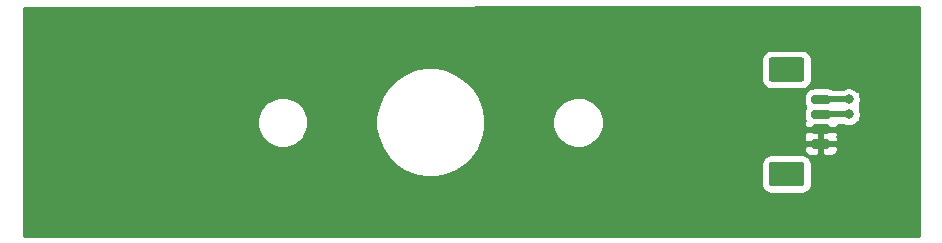
<source format=gbl>
%TF.GenerationSoftware,KiCad,Pcbnew,(5.1.9-0-10_14)*%
%TF.CreationDate,2021-08-19T21:40:44-05:00*%
%TF.ProjectId,OwlSat_Official,4f776c53-6174-45f4-9f66-66696369616c,4*%
%TF.SameCoordinates,Original*%
%TF.FileFunction,Copper,L2,Bot*%
%TF.FilePolarity,Positive*%
%FSLAX46Y46*%
G04 Gerber Fmt 4.6, Leading zero omitted, Abs format (unit mm)*
G04 Created by KiCad (PCBNEW (5.1.9-0-10_14)) date 2021-08-19 21:40:44*
%MOMM*%
%LPD*%
G01*
G04 APERTURE LIST*
%TA.AperFunction,ViaPad*%
%ADD10C,0.800000*%
%TD*%
%TA.AperFunction,Conductor*%
%ADD11C,0.500000*%
%TD*%
%TA.AperFunction,Conductor*%
%ADD12C,0.254000*%
%TD*%
%TA.AperFunction,Conductor*%
%ADD13C,0.100000*%
%TD*%
G04 APERTURE END LIST*
%TO.P,U3,1*%
%TO.N,Net-(U1-Pad2)*%
%TA.AperFunction,SMDPad,CuDef*%
G36*
G01*
X182260000Y-97145000D02*
X181060000Y-97145000D01*
G75*
G02*
X180860000Y-96945000I0J200000D01*
G01*
X180860000Y-96545000D01*
G75*
G02*
X181060000Y-96345000I200000J0D01*
G01*
X182260000Y-96345000D01*
G75*
G02*
X182460000Y-96545000I0J-200000D01*
G01*
X182460000Y-96945000D01*
G75*
G02*
X182260000Y-97145000I-200000J0D01*
G01*
G37*
%TD.AperFunction*%
%TO.P,U3,2*%
%TA.AperFunction,SMDPad,CuDef*%
G36*
G01*
X182260000Y-95895000D02*
X181060000Y-95895000D01*
G75*
G02*
X180860000Y-95695000I0J200000D01*
G01*
X180860000Y-95295000D01*
G75*
G02*
X181060000Y-95095000I200000J0D01*
G01*
X182260000Y-95095000D01*
G75*
G02*
X182460000Y-95295000I0J-200000D01*
G01*
X182460000Y-95695000D01*
G75*
G02*
X182260000Y-95895000I-200000J0D01*
G01*
G37*
%TD.AperFunction*%
%TO.P,U3,3*%
%TO.N,Net-(U1-Pad1)*%
%TA.AperFunction,SMDPad,CuDef*%
G36*
G01*
X182260000Y-94645000D02*
X181060000Y-94645000D01*
G75*
G02*
X180860000Y-94445000I0J200000D01*
G01*
X180860000Y-94045000D01*
G75*
G02*
X181060000Y-93845000I200000J0D01*
G01*
X182260000Y-93845000D01*
G75*
G02*
X182460000Y-94045000I0J-200000D01*
G01*
X182460000Y-94445000D01*
G75*
G02*
X182260000Y-94645000I-200000J0D01*
G01*
G37*
%TD.AperFunction*%
%TO.P,U3,4*%
%TA.AperFunction,SMDPad,CuDef*%
G36*
G01*
X182260000Y-93395000D02*
X181060000Y-93395000D01*
G75*
G02*
X180860000Y-93195000I0J200000D01*
G01*
X180860000Y-92795000D01*
G75*
G02*
X181060000Y-92595000I200000J0D01*
G01*
X182260000Y-92595000D01*
G75*
G02*
X182460000Y-92795000I0J-200000D01*
G01*
X182460000Y-93195000D01*
G75*
G02*
X182260000Y-93395000I-200000J0D01*
G01*
G37*
%TD.AperFunction*%
%TO.P,U3,MP*%
%TO.N,N/C*%
%TA.AperFunction,SMDPad,CuDef*%
G36*
G01*
X180010000Y-100345000D02*
X177510000Y-100345000D01*
G75*
G02*
X177260000Y-100095000I0J250000D01*
G01*
X177260000Y-98495000D01*
G75*
G02*
X177510000Y-98245000I250000J0D01*
G01*
X180010000Y-98245000D01*
G75*
G02*
X180260000Y-98495000I0J-250000D01*
G01*
X180260000Y-100095000D01*
G75*
G02*
X180010000Y-100345000I-250000J0D01*
G01*
G37*
%TD.AperFunction*%
%TA.AperFunction,SMDPad,CuDef*%
G36*
G01*
X180010000Y-91495000D02*
X177510000Y-91495000D01*
G75*
G02*
X177260000Y-91245000I0J250000D01*
G01*
X177260000Y-89645000D01*
G75*
G02*
X177510000Y-89395000I250000J0D01*
G01*
X180010000Y-89395000D01*
G75*
G02*
X180260000Y-89645000I0J-250000D01*
G01*
X180260000Y-91245000D01*
G75*
G02*
X180010000Y-91495000I-250000J0D01*
G01*
G37*
%TD.AperFunction*%
%TD*%
D10*
%TO.N,Net-(U1-Pad1)*%
X184010000Y-92980000D03*
X184020000Y-94230000D03*
%TO.N,Net-(U1-Pad2)*%
X152390000Y-88800000D03*
X152400000Y-87560000D03*
X152400000Y-86290000D03*
X144990000Y-100780000D03*
X145010000Y-102160000D03*
X144980000Y-103510000D03*
%TD*%
D11*
%TO.N,Net-(U1-Pad1)*%
X181675000Y-92980000D02*
X181660000Y-92995000D01*
X184010000Y-92980000D02*
X181675000Y-92980000D01*
X181675000Y-94230000D02*
X181660000Y-94245000D01*
X184020000Y-94230000D02*
X181675000Y-94230000D01*
%TD*%
D12*
%TO.N,Net-(U1-Pad2)*%
X189950001Y-104513000D02*
X114197000Y-104513000D01*
X114197000Y-94696323D01*
X133940497Y-94696323D01*
X133940497Y-95123677D01*
X134023870Y-95542821D01*
X134187412Y-95937645D01*
X134424837Y-96292977D01*
X134727023Y-96595163D01*
X135082355Y-96832588D01*
X135477179Y-96996130D01*
X135896323Y-97079503D01*
X136323677Y-97079503D01*
X136742821Y-96996130D01*
X137137645Y-96832588D01*
X137492977Y-96595163D01*
X137795163Y-96292977D01*
X138032588Y-95937645D01*
X138196130Y-95542821D01*
X138279503Y-95123677D01*
X138279503Y-94696323D01*
X138230761Y-94451280D01*
X143952535Y-94451280D01*
X143952535Y-95368720D01*
X144131519Y-96268532D01*
X144482608Y-97116137D01*
X144992311Y-97878961D01*
X145641039Y-98527689D01*
X146403863Y-99037392D01*
X147251468Y-99388481D01*
X148151280Y-99567465D01*
X149068720Y-99567465D01*
X149968532Y-99388481D01*
X150816137Y-99037392D01*
X151578961Y-98527689D01*
X151611650Y-98495000D01*
X176621928Y-98495000D01*
X176621928Y-100095000D01*
X176638992Y-100268254D01*
X176689528Y-100434850D01*
X176771595Y-100588386D01*
X176882038Y-100722962D01*
X177016614Y-100833405D01*
X177170150Y-100915472D01*
X177336746Y-100966008D01*
X177510000Y-100983072D01*
X180010000Y-100983072D01*
X180183254Y-100966008D01*
X180349850Y-100915472D01*
X180503386Y-100833405D01*
X180637962Y-100722962D01*
X180748405Y-100588386D01*
X180830472Y-100434850D01*
X180881008Y-100268254D01*
X180898072Y-100095000D01*
X180898072Y-98495000D01*
X180881008Y-98321746D01*
X180830472Y-98155150D01*
X180748405Y-98001614D01*
X180637962Y-97867038D01*
X180503386Y-97756595D01*
X180349850Y-97674528D01*
X180183254Y-97623992D01*
X180010000Y-97606928D01*
X177510000Y-97606928D01*
X177336746Y-97623992D01*
X177170150Y-97674528D01*
X177016614Y-97756595D01*
X176882038Y-97867038D01*
X176771595Y-98001614D01*
X176689528Y-98155150D01*
X176638992Y-98321746D01*
X176621928Y-98495000D01*
X151611650Y-98495000D01*
X152227689Y-97878961D01*
X152718106Y-97145000D01*
X180221928Y-97145000D01*
X180234188Y-97269482D01*
X180270498Y-97389180D01*
X180329463Y-97499494D01*
X180408815Y-97596185D01*
X180505506Y-97675537D01*
X180615820Y-97734502D01*
X180735518Y-97770812D01*
X180860000Y-97783072D01*
X181374250Y-97780000D01*
X181533000Y-97621250D01*
X181533000Y-96872000D01*
X181787000Y-96872000D01*
X181787000Y-97621250D01*
X181945750Y-97780000D01*
X182460000Y-97783072D01*
X182584482Y-97770812D01*
X182704180Y-97734502D01*
X182814494Y-97675537D01*
X182911185Y-97596185D01*
X182990537Y-97499494D01*
X183049502Y-97389180D01*
X183085812Y-97269482D01*
X183098072Y-97145000D01*
X183095000Y-97030750D01*
X182936250Y-96872000D01*
X181787000Y-96872000D01*
X181533000Y-96872000D01*
X180383750Y-96872000D01*
X180225000Y-97030750D01*
X180221928Y-97145000D01*
X152718106Y-97145000D01*
X152737392Y-97116137D01*
X153088481Y-96268532D01*
X153267465Y-95368720D01*
X153267465Y-94696323D01*
X158940497Y-94696323D01*
X158940497Y-95123677D01*
X159023870Y-95542821D01*
X159187412Y-95937645D01*
X159424837Y-96292977D01*
X159727023Y-96595163D01*
X160082355Y-96832588D01*
X160477179Y-96996130D01*
X160896323Y-97079503D01*
X161323677Y-97079503D01*
X161742821Y-96996130D01*
X162137645Y-96832588D01*
X162492977Y-96595163D01*
X162795163Y-96292977D01*
X163032588Y-95937645D01*
X163050252Y-95895000D01*
X180221928Y-95895000D01*
X180234188Y-96019482D01*
X180264680Y-96120000D01*
X180234188Y-96220518D01*
X180221928Y-96345000D01*
X180225000Y-96459250D01*
X180383750Y-96618000D01*
X181533000Y-96618000D01*
X181533000Y-95622000D01*
X181787000Y-95622000D01*
X181787000Y-96618000D01*
X182936250Y-96618000D01*
X183095000Y-96459250D01*
X183098072Y-96345000D01*
X183085812Y-96220518D01*
X183055320Y-96120000D01*
X183085812Y-96019482D01*
X183098072Y-95895000D01*
X183095000Y-95780750D01*
X182936250Y-95622000D01*
X181787000Y-95622000D01*
X181533000Y-95622000D01*
X180383750Y-95622000D01*
X180225000Y-95780750D01*
X180221928Y-95895000D01*
X163050252Y-95895000D01*
X163196130Y-95542821D01*
X163279503Y-95123677D01*
X163279503Y-94696323D01*
X163196130Y-94277179D01*
X163032588Y-93882355D01*
X162795163Y-93527023D01*
X162492977Y-93224837D01*
X162137645Y-92987412D01*
X161742821Y-92823870D01*
X161597682Y-92795000D01*
X180221928Y-92795000D01*
X180221928Y-93195000D01*
X180238031Y-93358500D01*
X180285722Y-93515716D01*
X180341463Y-93620000D01*
X180285722Y-93724284D01*
X180238031Y-93881500D01*
X180221928Y-94045000D01*
X180221928Y-94445000D01*
X180238031Y-94608500D01*
X180285722Y-94765716D01*
X180300855Y-94794027D01*
X180270498Y-94850820D01*
X180234188Y-94970518D01*
X180221928Y-95095000D01*
X180225000Y-95209250D01*
X180383750Y-95368000D01*
X181533000Y-95368000D01*
X181533000Y-95348000D01*
X181787000Y-95348000D01*
X181787000Y-95368000D01*
X182936250Y-95368000D01*
X183095000Y-95209250D01*
X183097534Y-95115000D01*
X183481546Y-95115000D01*
X183529744Y-95147205D01*
X183718102Y-95225226D01*
X183918061Y-95265000D01*
X184121939Y-95265000D01*
X184321898Y-95225226D01*
X184510256Y-95147205D01*
X184679774Y-95033937D01*
X184823937Y-94889774D01*
X184832472Y-94877000D01*
X184850000Y-94877000D01*
X184874776Y-94874560D01*
X184898601Y-94867333D01*
X184920557Y-94855597D01*
X184939803Y-94839803D01*
X184955597Y-94820557D01*
X184967333Y-94798601D01*
X184974560Y-94774776D01*
X184977000Y-94750000D01*
X184977000Y-94624183D01*
X185015226Y-94531898D01*
X185055000Y-94331939D01*
X185055000Y-94128061D01*
X185015226Y-93928102D01*
X184977000Y-93835817D01*
X184977000Y-93350041D01*
X185005226Y-93281898D01*
X185045000Y-93081939D01*
X185045000Y-92878061D01*
X185005226Y-92678102D01*
X184977000Y-92609959D01*
X184977000Y-92400000D01*
X184974560Y-92375224D01*
X184967333Y-92351399D01*
X184955597Y-92329443D01*
X184939803Y-92310197D01*
X184920557Y-92294403D01*
X184898601Y-92282667D01*
X184874776Y-92275440D01*
X184850000Y-92273000D01*
X184766711Y-92273000D01*
X184669774Y-92176063D01*
X184500256Y-92062795D01*
X184311898Y-91984774D01*
X184111939Y-91945000D01*
X183908061Y-91945000D01*
X183708102Y-91984774D01*
X183519744Y-92062795D01*
X183471546Y-92095000D01*
X182719679Y-92095000D01*
X182580716Y-92020722D01*
X182423500Y-91973031D01*
X182260000Y-91956928D01*
X181060000Y-91956928D01*
X180896500Y-91973031D01*
X180739284Y-92020722D01*
X180594392Y-92098169D01*
X180467394Y-92202394D01*
X180363169Y-92329392D01*
X180285722Y-92474284D01*
X180238031Y-92631500D01*
X180221928Y-92795000D01*
X161597682Y-92795000D01*
X161323677Y-92740497D01*
X160896323Y-92740497D01*
X160477179Y-92823870D01*
X160082355Y-92987412D01*
X159727023Y-93224837D01*
X159424837Y-93527023D01*
X159187412Y-93882355D01*
X159023870Y-94277179D01*
X158940497Y-94696323D01*
X153267465Y-94696323D01*
X153267465Y-94451280D01*
X153088481Y-93551468D01*
X152737392Y-92703863D01*
X152227689Y-91941039D01*
X151578961Y-91292311D01*
X150816137Y-90782608D01*
X149968532Y-90431519D01*
X149068720Y-90252535D01*
X148151280Y-90252535D01*
X147251468Y-90431519D01*
X146403863Y-90782608D01*
X145641039Y-91292311D01*
X144992311Y-91941039D01*
X144482608Y-92703863D01*
X144131519Y-93551468D01*
X143952535Y-94451280D01*
X138230761Y-94451280D01*
X138196130Y-94277179D01*
X138032588Y-93882355D01*
X137795163Y-93527023D01*
X137492977Y-93224837D01*
X137137645Y-92987412D01*
X136742821Y-92823870D01*
X136323677Y-92740497D01*
X135896323Y-92740497D01*
X135477179Y-92823870D01*
X135082355Y-92987412D01*
X134727023Y-93224837D01*
X134424837Y-93527023D01*
X134187412Y-93882355D01*
X134023870Y-94277179D01*
X133940497Y-94696323D01*
X114197000Y-94696323D01*
X114197000Y-89645000D01*
X176621928Y-89645000D01*
X176621928Y-91245000D01*
X176638992Y-91418254D01*
X176689528Y-91584850D01*
X176771595Y-91738386D01*
X176882038Y-91872962D01*
X177016614Y-91983405D01*
X177170150Y-92065472D01*
X177336746Y-92116008D01*
X177510000Y-92133072D01*
X180010000Y-92133072D01*
X180183254Y-92116008D01*
X180349850Y-92065472D01*
X180503386Y-91983405D01*
X180637962Y-91872962D01*
X180748405Y-91738386D01*
X180830472Y-91584850D01*
X180881008Y-91418254D01*
X180898072Y-91245000D01*
X180898072Y-89645000D01*
X180881008Y-89471746D01*
X180830472Y-89305150D01*
X180748405Y-89151614D01*
X180637962Y-89017038D01*
X180503386Y-88906595D01*
X180349850Y-88824528D01*
X180183254Y-88773992D01*
X180010000Y-88756928D01*
X177510000Y-88756928D01*
X177336746Y-88773992D01*
X177170150Y-88824528D01*
X177016614Y-88906595D01*
X176882038Y-89017038D01*
X176771595Y-89151614D01*
X176689528Y-89305150D01*
X176638992Y-89471746D01*
X176621928Y-89645000D01*
X114197000Y-89645000D01*
X114197000Y-85196983D01*
X189950000Y-85187083D01*
X189950001Y-104513000D01*
%TA.AperFunction,Conductor*%
D13*
G36*
X189950001Y-104513000D02*
G01*
X114197000Y-104513000D01*
X114197000Y-94696323D01*
X133940497Y-94696323D01*
X133940497Y-95123677D01*
X134023870Y-95542821D01*
X134187412Y-95937645D01*
X134424837Y-96292977D01*
X134727023Y-96595163D01*
X135082355Y-96832588D01*
X135477179Y-96996130D01*
X135896323Y-97079503D01*
X136323677Y-97079503D01*
X136742821Y-96996130D01*
X137137645Y-96832588D01*
X137492977Y-96595163D01*
X137795163Y-96292977D01*
X138032588Y-95937645D01*
X138196130Y-95542821D01*
X138279503Y-95123677D01*
X138279503Y-94696323D01*
X138230761Y-94451280D01*
X143952535Y-94451280D01*
X143952535Y-95368720D01*
X144131519Y-96268532D01*
X144482608Y-97116137D01*
X144992311Y-97878961D01*
X145641039Y-98527689D01*
X146403863Y-99037392D01*
X147251468Y-99388481D01*
X148151280Y-99567465D01*
X149068720Y-99567465D01*
X149968532Y-99388481D01*
X150816137Y-99037392D01*
X151578961Y-98527689D01*
X151611650Y-98495000D01*
X176621928Y-98495000D01*
X176621928Y-100095000D01*
X176638992Y-100268254D01*
X176689528Y-100434850D01*
X176771595Y-100588386D01*
X176882038Y-100722962D01*
X177016614Y-100833405D01*
X177170150Y-100915472D01*
X177336746Y-100966008D01*
X177510000Y-100983072D01*
X180010000Y-100983072D01*
X180183254Y-100966008D01*
X180349850Y-100915472D01*
X180503386Y-100833405D01*
X180637962Y-100722962D01*
X180748405Y-100588386D01*
X180830472Y-100434850D01*
X180881008Y-100268254D01*
X180898072Y-100095000D01*
X180898072Y-98495000D01*
X180881008Y-98321746D01*
X180830472Y-98155150D01*
X180748405Y-98001614D01*
X180637962Y-97867038D01*
X180503386Y-97756595D01*
X180349850Y-97674528D01*
X180183254Y-97623992D01*
X180010000Y-97606928D01*
X177510000Y-97606928D01*
X177336746Y-97623992D01*
X177170150Y-97674528D01*
X177016614Y-97756595D01*
X176882038Y-97867038D01*
X176771595Y-98001614D01*
X176689528Y-98155150D01*
X176638992Y-98321746D01*
X176621928Y-98495000D01*
X151611650Y-98495000D01*
X152227689Y-97878961D01*
X152718106Y-97145000D01*
X180221928Y-97145000D01*
X180234188Y-97269482D01*
X180270498Y-97389180D01*
X180329463Y-97499494D01*
X180408815Y-97596185D01*
X180505506Y-97675537D01*
X180615820Y-97734502D01*
X180735518Y-97770812D01*
X180860000Y-97783072D01*
X181374250Y-97780000D01*
X181533000Y-97621250D01*
X181533000Y-96872000D01*
X181787000Y-96872000D01*
X181787000Y-97621250D01*
X181945750Y-97780000D01*
X182460000Y-97783072D01*
X182584482Y-97770812D01*
X182704180Y-97734502D01*
X182814494Y-97675537D01*
X182911185Y-97596185D01*
X182990537Y-97499494D01*
X183049502Y-97389180D01*
X183085812Y-97269482D01*
X183098072Y-97145000D01*
X183095000Y-97030750D01*
X182936250Y-96872000D01*
X181787000Y-96872000D01*
X181533000Y-96872000D01*
X180383750Y-96872000D01*
X180225000Y-97030750D01*
X180221928Y-97145000D01*
X152718106Y-97145000D01*
X152737392Y-97116137D01*
X153088481Y-96268532D01*
X153267465Y-95368720D01*
X153267465Y-94696323D01*
X158940497Y-94696323D01*
X158940497Y-95123677D01*
X159023870Y-95542821D01*
X159187412Y-95937645D01*
X159424837Y-96292977D01*
X159727023Y-96595163D01*
X160082355Y-96832588D01*
X160477179Y-96996130D01*
X160896323Y-97079503D01*
X161323677Y-97079503D01*
X161742821Y-96996130D01*
X162137645Y-96832588D01*
X162492977Y-96595163D01*
X162795163Y-96292977D01*
X163032588Y-95937645D01*
X163050252Y-95895000D01*
X180221928Y-95895000D01*
X180234188Y-96019482D01*
X180264680Y-96120000D01*
X180234188Y-96220518D01*
X180221928Y-96345000D01*
X180225000Y-96459250D01*
X180383750Y-96618000D01*
X181533000Y-96618000D01*
X181533000Y-95622000D01*
X181787000Y-95622000D01*
X181787000Y-96618000D01*
X182936250Y-96618000D01*
X183095000Y-96459250D01*
X183098072Y-96345000D01*
X183085812Y-96220518D01*
X183055320Y-96120000D01*
X183085812Y-96019482D01*
X183098072Y-95895000D01*
X183095000Y-95780750D01*
X182936250Y-95622000D01*
X181787000Y-95622000D01*
X181533000Y-95622000D01*
X180383750Y-95622000D01*
X180225000Y-95780750D01*
X180221928Y-95895000D01*
X163050252Y-95895000D01*
X163196130Y-95542821D01*
X163279503Y-95123677D01*
X163279503Y-94696323D01*
X163196130Y-94277179D01*
X163032588Y-93882355D01*
X162795163Y-93527023D01*
X162492977Y-93224837D01*
X162137645Y-92987412D01*
X161742821Y-92823870D01*
X161597682Y-92795000D01*
X180221928Y-92795000D01*
X180221928Y-93195000D01*
X180238031Y-93358500D01*
X180285722Y-93515716D01*
X180341463Y-93620000D01*
X180285722Y-93724284D01*
X180238031Y-93881500D01*
X180221928Y-94045000D01*
X180221928Y-94445000D01*
X180238031Y-94608500D01*
X180285722Y-94765716D01*
X180300855Y-94794027D01*
X180270498Y-94850820D01*
X180234188Y-94970518D01*
X180221928Y-95095000D01*
X180225000Y-95209250D01*
X180383750Y-95368000D01*
X181533000Y-95368000D01*
X181533000Y-95348000D01*
X181787000Y-95348000D01*
X181787000Y-95368000D01*
X182936250Y-95368000D01*
X183095000Y-95209250D01*
X183097534Y-95115000D01*
X183481546Y-95115000D01*
X183529744Y-95147205D01*
X183718102Y-95225226D01*
X183918061Y-95265000D01*
X184121939Y-95265000D01*
X184321898Y-95225226D01*
X184510256Y-95147205D01*
X184679774Y-95033937D01*
X184823937Y-94889774D01*
X184832472Y-94877000D01*
X184850000Y-94877000D01*
X184874776Y-94874560D01*
X184898601Y-94867333D01*
X184920557Y-94855597D01*
X184939803Y-94839803D01*
X184955597Y-94820557D01*
X184967333Y-94798601D01*
X184974560Y-94774776D01*
X184977000Y-94750000D01*
X184977000Y-94624183D01*
X185015226Y-94531898D01*
X185055000Y-94331939D01*
X185055000Y-94128061D01*
X185015226Y-93928102D01*
X184977000Y-93835817D01*
X184977000Y-93350041D01*
X185005226Y-93281898D01*
X185045000Y-93081939D01*
X185045000Y-92878061D01*
X185005226Y-92678102D01*
X184977000Y-92609959D01*
X184977000Y-92400000D01*
X184974560Y-92375224D01*
X184967333Y-92351399D01*
X184955597Y-92329443D01*
X184939803Y-92310197D01*
X184920557Y-92294403D01*
X184898601Y-92282667D01*
X184874776Y-92275440D01*
X184850000Y-92273000D01*
X184766711Y-92273000D01*
X184669774Y-92176063D01*
X184500256Y-92062795D01*
X184311898Y-91984774D01*
X184111939Y-91945000D01*
X183908061Y-91945000D01*
X183708102Y-91984774D01*
X183519744Y-92062795D01*
X183471546Y-92095000D01*
X182719679Y-92095000D01*
X182580716Y-92020722D01*
X182423500Y-91973031D01*
X182260000Y-91956928D01*
X181060000Y-91956928D01*
X180896500Y-91973031D01*
X180739284Y-92020722D01*
X180594392Y-92098169D01*
X180467394Y-92202394D01*
X180363169Y-92329392D01*
X180285722Y-92474284D01*
X180238031Y-92631500D01*
X180221928Y-92795000D01*
X161597682Y-92795000D01*
X161323677Y-92740497D01*
X160896323Y-92740497D01*
X160477179Y-92823870D01*
X160082355Y-92987412D01*
X159727023Y-93224837D01*
X159424837Y-93527023D01*
X159187412Y-93882355D01*
X159023870Y-94277179D01*
X158940497Y-94696323D01*
X153267465Y-94696323D01*
X153267465Y-94451280D01*
X153088481Y-93551468D01*
X152737392Y-92703863D01*
X152227689Y-91941039D01*
X151578961Y-91292311D01*
X150816137Y-90782608D01*
X149968532Y-90431519D01*
X149068720Y-90252535D01*
X148151280Y-90252535D01*
X147251468Y-90431519D01*
X146403863Y-90782608D01*
X145641039Y-91292311D01*
X144992311Y-91941039D01*
X144482608Y-92703863D01*
X144131519Y-93551468D01*
X143952535Y-94451280D01*
X138230761Y-94451280D01*
X138196130Y-94277179D01*
X138032588Y-93882355D01*
X137795163Y-93527023D01*
X137492977Y-93224837D01*
X137137645Y-92987412D01*
X136742821Y-92823870D01*
X136323677Y-92740497D01*
X135896323Y-92740497D01*
X135477179Y-92823870D01*
X135082355Y-92987412D01*
X134727023Y-93224837D01*
X134424837Y-93527023D01*
X134187412Y-93882355D01*
X134023870Y-94277179D01*
X133940497Y-94696323D01*
X114197000Y-94696323D01*
X114197000Y-89645000D01*
X176621928Y-89645000D01*
X176621928Y-91245000D01*
X176638992Y-91418254D01*
X176689528Y-91584850D01*
X176771595Y-91738386D01*
X176882038Y-91872962D01*
X177016614Y-91983405D01*
X177170150Y-92065472D01*
X177336746Y-92116008D01*
X177510000Y-92133072D01*
X180010000Y-92133072D01*
X180183254Y-92116008D01*
X180349850Y-92065472D01*
X180503386Y-91983405D01*
X180637962Y-91872962D01*
X180748405Y-91738386D01*
X180830472Y-91584850D01*
X180881008Y-91418254D01*
X180898072Y-91245000D01*
X180898072Y-89645000D01*
X180881008Y-89471746D01*
X180830472Y-89305150D01*
X180748405Y-89151614D01*
X180637962Y-89017038D01*
X180503386Y-88906595D01*
X180349850Y-88824528D01*
X180183254Y-88773992D01*
X180010000Y-88756928D01*
X177510000Y-88756928D01*
X177336746Y-88773992D01*
X177170150Y-88824528D01*
X177016614Y-88906595D01*
X176882038Y-89017038D01*
X176771595Y-89151614D01*
X176689528Y-89305150D01*
X176638992Y-89471746D01*
X176621928Y-89645000D01*
X114197000Y-89645000D01*
X114197000Y-85196983D01*
X189950000Y-85187083D01*
X189950001Y-104513000D01*
G37*
%TD.AperFunction*%
%TD*%
M02*

</source>
